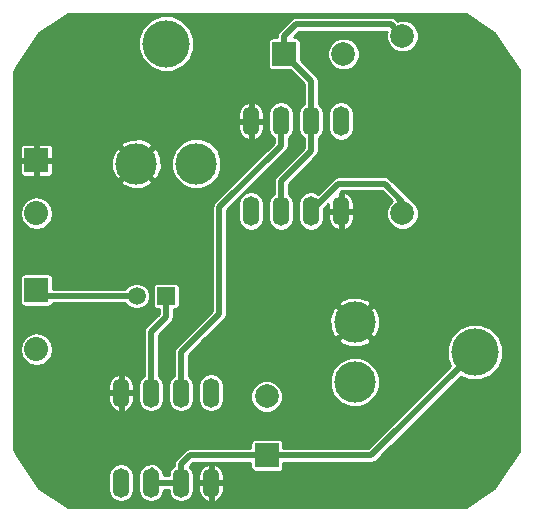
<source format=gtl>
G04 #@! TF.FileFunction,Copper,L1,Top,Signal*
%FSLAX46Y46*%
G04 Gerber Fmt 4.6, Leading zero omitted, Abs format (unit mm)*
G04 Created by KiCad (PCBNEW (2015-11-24 BZR 6329)-product) date Sat 09 Jan 2016 01:49:53 PM EST*
%MOMM*%
G01*
G04 APERTURE LIST*
%ADD10C,0.100000*%
%ADD11R,2.032000X2.032000*%
%ADD12O,2.032000X2.032000*%
%ADD13O,1.400000X2.500000*%
%ADD14R,2.000000X2.000000*%
%ADD15C,2.000000*%
%ADD16C,1.998980*%
%ADD17C,3.500000*%
%ADD18C,4.000000*%
%ADD19R,1.500000X1.500000*%
%ADD20C,1.500000*%
%ADD21C,4.064000*%
%ADD22C,0.500000*%
%ADD23C,0.254000*%
G04 APERTURE END LIST*
D10*
D11*
X193000000Y-91500000D03*
D12*
X193000000Y-96000000D03*
D11*
X193000000Y-102500000D03*
D12*
X193000000Y-107500000D03*
D13*
X207810000Y-111190000D03*
X205270000Y-111190000D03*
X202730000Y-111190000D03*
X200190000Y-111190000D03*
X200190000Y-118810000D03*
X202730000Y-118810000D03*
X205270000Y-118810000D03*
X207810000Y-118810000D03*
X218810000Y-88190000D03*
X216270000Y-88190000D03*
X213730000Y-88190000D03*
X211190000Y-88190000D03*
X211190000Y-95810000D03*
X213730000Y-95810000D03*
X216270000Y-95810000D03*
X218810000Y-95810000D03*
D14*
X214000000Y-82500000D03*
D15*
X219000000Y-82500000D03*
D14*
X212500000Y-116500000D03*
D15*
X212500000Y-111500000D03*
D16*
X224000000Y-96000000D03*
X224000000Y-81000000D03*
D17*
X219960000Y-105210000D03*
X219960000Y-110290000D03*
D18*
X230120000Y-107750000D03*
D17*
X201460000Y-91790000D03*
X206540000Y-91790000D03*
D18*
X204000000Y-81630000D03*
D19*
X204000000Y-103000000D03*
D20*
X201500000Y-103000000D03*
D21*
X196250000Y-83500000D03*
X229000000Y-83500000D03*
X196250000Y-116500000D03*
X229000000Y-116500000D03*
D22*
X224000000Y-81000000D02*
X223000000Y-80000000D01*
X214000000Y-81000000D02*
X214000000Y-82500000D01*
X215000000Y-80000000D02*
X214000000Y-81000000D01*
X223000000Y-80000000D02*
X215000000Y-80000000D01*
X216270000Y-84770000D02*
X216270000Y-88190000D01*
X214000000Y-82500000D02*
X216270000Y-84770000D01*
X213730000Y-93270000D02*
X216270000Y-90730000D01*
X216270000Y-90730000D02*
X216270000Y-88190000D01*
X213730000Y-95810000D02*
X213730000Y-93270000D01*
X205270000Y-118810000D02*
X205270000Y-117230000D01*
X206000000Y-116500000D02*
X212500000Y-116500000D01*
X205270000Y-117230000D02*
X206000000Y-116500000D01*
X202730000Y-118810000D02*
X205270000Y-118810000D01*
X212500000Y-116500000D02*
X221370000Y-116500000D01*
X221370000Y-116500000D02*
X230120000Y-107750000D01*
X202770000Y-118810000D02*
X202770000Y-117730000D01*
X212611846Y-116388154D02*
X212500000Y-116500000D01*
X202730000Y-111190000D02*
X202730000Y-106020000D01*
X204000000Y-104750000D02*
X204000000Y-103000000D01*
X202730000Y-106020000D02*
X204000000Y-104750000D01*
X204500000Y-103000000D02*
X204000000Y-103000000D01*
X201500000Y-103000000D02*
X193500000Y-103000000D01*
X193500000Y-103000000D02*
X193000000Y-102500000D01*
X193500000Y-103000000D02*
X193000000Y-102500000D01*
X222500000Y-93500000D02*
X218580000Y-93500000D01*
X218580000Y-93500000D02*
X216270000Y-95810000D01*
X224000000Y-95000000D02*
X222500000Y-93500000D01*
X224000000Y-96000000D02*
X224000000Y-95000000D01*
X206000000Y-107000000D02*
X205270000Y-107730000D01*
X206000000Y-107000000D02*
X208500000Y-104500000D01*
X208500000Y-104500000D02*
X208500000Y-95500000D01*
X208500000Y-95500000D02*
X213730000Y-90270000D01*
X213730000Y-88190000D02*
X213730000Y-90270000D01*
X205270000Y-107730000D02*
X205270000Y-111190000D01*
D23*
G36*
X231760335Y-80739666D02*
X233832802Y-83841334D01*
X233873000Y-84043423D01*
X233873000Y-115956577D01*
X233832802Y-116158666D01*
X231760335Y-119260334D01*
X229346809Y-120873000D01*
X195653191Y-120873000D01*
X193239666Y-119260335D01*
X191395270Y-116500000D01*
X194237861Y-116500000D01*
X194391026Y-117270012D01*
X194827203Y-117922797D01*
X195479988Y-118358974D01*
X196250000Y-118512139D01*
X197020012Y-118358974D01*
X197215958Y-118228047D01*
X199109000Y-118228047D01*
X199109000Y-119391953D01*
X199191286Y-119805634D01*
X199425618Y-120156335D01*
X199776319Y-120390667D01*
X200190000Y-120472953D01*
X200603681Y-120390667D01*
X200954382Y-120156335D01*
X201188714Y-119805634D01*
X201271000Y-119391953D01*
X201271000Y-118228047D01*
X201649000Y-118228047D01*
X201649000Y-119391953D01*
X201731286Y-119805634D01*
X201965618Y-120156335D01*
X202316319Y-120390667D01*
X202730000Y-120472953D01*
X203143681Y-120390667D01*
X203494382Y-120156335D01*
X203728714Y-119805634D01*
X203801244Y-119441000D01*
X204198756Y-119441000D01*
X204271286Y-119805634D01*
X204505618Y-120156335D01*
X204856319Y-120390667D01*
X205270000Y-120472953D01*
X205683681Y-120390667D01*
X206034382Y-120156335D01*
X206268714Y-119805634D01*
X206351000Y-119391953D01*
X206351000Y-118937000D01*
X206729000Y-118937000D01*
X206729000Y-119487000D01*
X206859887Y-119891013D01*
X207135420Y-120214185D01*
X207516629Y-120400430D01*
X207683000Y-120337535D01*
X207683000Y-118937000D01*
X207937000Y-118937000D01*
X207937000Y-120337535D01*
X208103371Y-120400430D01*
X208484580Y-120214185D01*
X208760113Y-119891013D01*
X208891000Y-119487000D01*
X208891000Y-118937000D01*
X207937000Y-118937000D01*
X207683000Y-118937000D01*
X206729000Y-118937000D01*
X206351000Y-118937000D01*
X206351000Y-118228047D01*
X206332095Y-118133000D01*
X206729000Y-118133000D01*
X206729000Y-118683000D01*
X207683000Y-118683000D01*
X207683000Y-117282465D01*
X207937000Y-117282465D01*
X207937000Y-118683000D01*
X208891000Y-118683000D01*
X208891000Y-118133000D01*
X208760113Y-117728987D01*
X208484580Y-117405815D01*
X208103371Y-117219570D01*
X207937000Y-117282465D01*
X207683000Y-117282465D01*
X207516629Y-117219570D01*
X207135420Y-117405815D01*
X206859887Y-117728987D01*
X206729000Y-118133000D01*
X206332095Y-118133000D01*
X206268714Y-117814366D01*
X206034382Y-117463665D01*
X205971032Y-117421336D01*
X206261368Y-117131000D01*
X211111536Y-117131000D01*
X211111536Y-117500000D01*
X211138103Y-117641190D01*
X211221546Y-117770865D01*
X211348866Y-117857859D01*
X211500000Y-117888464D01*
X213500000Y-117888464D01*
X213641190Y-117861897D01*
X213770865Y-117778454D01*
X213857859Y-117651134D01*
X213888464Y-117500000D01*
X213888464Y-117131000D01*
X221370000Y-117131000D01*
X221611473Y-117082968D01*
X221816184Y-116946184D01*
X222262368Y-116500000D01*
X226987861Y-116500000D01*
X227141026Y-117270012D01*
X227577203Y-117922797D01*
X228229988Y-118358974D01*
X229000000Y-118512139D01*
X229770012Y-118358974D01*
X230422797Y-117922797D01*
X230858974Y-117270012D01*
X231012139Y-116500000D01*
X230858974Y-115729988D01*
X230422797Y-115077203D01*
X229770012Y-114641026D01*
X229000000Y-114487861D01*
X228229988Y-114641026D01*
X227577203Y-115077203D01*
X227141026Y-115729988D01*
X226987861Y-116500000D01*
X222262368Y-116500000D01*
X228928863Y-109833506D01*
X229644312Y-110130586D01*
X230591532Y-110131413D01*
X231466966Y-109769691D01*
X232137337Y-109100489D01*
X232500586Y-108225688D01*
X232501413Y-107278468D01*
X232139691Y-106403034D01*
X231470489Y-105732663D01*
X230595688Y-105369414D01*
X229648468Y-105368587D01*
X228773034Y-105730309D01*
X228102663Y-106399511D01*
X227739414Y-107274312D01*
X227738587Y-108221532D01*
X228036089Y-108941542D01*
X221108632Y-115869000D01*
X213888464Y-115869000D01*
X213888464Y-115500000D01*
X213861897Y-115358810D01*
X213778454Y-115229135D01*
X213651134Y-115142141D01*
X213500000Y-115111536D01*
X211500000Y-115111536D01*
X211358810Y-115138103D01*
X211229135Y-115221546D01*
X211142141Y-115348866D01*
X211111536Y-115500000D01*
X211111536Y-115869000D01*
X206000000Y-115869000D01*
X205758527Y-115917032D01*
X205553816Y-116053816D01*
X204823816Y-116783816D01*
X204687032Y-116988527D01*
X204639000Y-117230000D01*
X204639000Y-117374542D01*
X204505618Y-117463665D01*
X204271286Y-117814366D01*
X204198756Y-118179000D01*
X203801244Y-118179000D01*
X203728714Y-117814366D01*
X203494382Y-117463665D01*
X203143681Y-117229333D01*
X203130814Y-117226774D01*
X203011473Y-117147032D01*
X202770000Y-117099000D01*
X202528527Y-117147032D01*
X202443096Y-117204116D01*
X202316319Y-117229333D01*
X201965618Y-117463665D01*
X201731286Y-117814366D01*
X201649000Y-118228047D01*
X201271000Y-118228047D01*
X201188714Y-117814366D01*
X200954382Y-117463665D01*
X200603681Y-117229333D01*
X200190000Y-117147047D01*
X199776319Y-117229333D01*
X199425618Y-117463665D01*
X199191286Y-117814366D01*
X199109000Y-118228047D01*
X197215958Y-118228047D01*
X197672797Y-117922797D01*
X198108974Y-117270012D01*
X198262139Y-116500000D01*
X198108974Y-115729988D01*
X197672797Y-115077203D01*
X197020012Y-114641026D01*
X196250000Y-114487861D01*
X195479988Y-114641026D01*
X194827203Y-115077203D01*
X194391026Y-115729988D01*
X194237861Y-116500000D01*
X191395270Y-116500000D01*
X191167198Y-116158666D01*
X191127000Y-115956577D01*
X191127000Y-111317000D01*
X199109000Y-111317000D01*
X199109000Y-111867000D01*
X199239887Y-112271013D01*
X199515420Y-112594185D01*
X199896629Y-112780430D01*
X200063000Y-112717535D01*
X200063000Y-111317000D01*
X200317000Y-111317000D01*
X200317000Y-112717535D01*
X200483371Y-112780430D01*
X200864580Y-112594185D01*
X201140113Y-112271013D01*
X201271000Y-111867000D01*
X201271000Y-111317000D01*
X200317000Y-111317000D01*
X200063000Y-111317000D01*
X199109000Y-111317000D01*
X191127000Y-111317000D01*
X191127000Y-110513000D01*
X199109000Y-110513000D01*
X199109000Y-111063000D01*
X200063000Y-111063000D01*
X200063000Y-109662465D01*
X200317000Y-109662465D01*
X200317000Y-111063000D01*
X201271000Y-111063000D01*
X201271000Y-110608047D01*
X201649000Y-110608047D01*
X201649000Y-111771953D01*
X201731286Y-112185634D01*
X201965618Y-112536335D01*
X202316319Y-112770667D01*
X202730000Y-112852953D01*
X203143681Y-112770667D01*
X203494382Y-112536335D01*
X203728714Y-112185634D01*
X203811000Y-111771953D01*
X203811000Y-110608047D01*
X204189000Y-110608047D01*
X204189000Y-111771953D01*
X204271286Y-112185634D01*
X204505618Y-112536335D01*
X204856319Y-112770667D01*
X205270000Y-112852953D01*
X205683681Y-112770667D01*
X206034382Y-112536335D01*
X206268714Y-112185634D01*
X206351000Y-111771953D01*
X206351000Y-110608047D01*
X206729000Y-110608047D01*
X206729000Y-111771953D01*
X206811286Y-112185634D01*
X207045618Y-112536335D01*
X207396319Y-112770667D01*
X207810000Y-112852953D01*
X208223681Y-112770667D01*
X208574382Y-112536335D01*
X208808714Y-112185634D01*
X208890693Y-111773493D01*
X211118761Y-111773493D01*
X211328563Y-112281251D01*
X211716705Y-112670072D01*
X212224097Y-112880759D01*
X212773493Y-112881239D01*
X213281251Y-112671437D01*
X213670072Y-112283295D01*
X213880759Y-111775903D01*
X213881239Y-111226507D01*
X213671437Y-110718749D01*
X213664722Y-110712022D01*
X217828631Y-110712022D01*
X218152373Y-111495538D01*
X218751309Y-112095521D01*
X219534258Y-112420630D01*
X220382022Y-112421369D01*
X221165538Y-112097627D01*
X221765521Y-111498691D01*
X222090630Y-110715742D01*
X222091369Y-109867978D01*
X221767627Y-109084462D01*
X221168691Y-108484479D01*
X220385742Y-108159370D01*
X219537978Y-108158631D01*
X218754462Y-108482373D01*
X218154479Y-109081309D01*
X217829370Y-109864258D01*
X217828631Y-110712022D01*
X213664722Y-110712022D01*
X213283295Y-110329928D01*
X212775903Y-110119241D01*
X212226507Y-110118761D01*
X211718749Y-110328563D01*
X211329928Y-110716705D01*
X211119241Y-111224097D01*
X211118761Y-111773493D01*
X208890693Y-111773493D01*
X208891000Y-111771953D01*
X208891000Y-110608047D01*
X208808714Y-110194366D01*
X208574382Y-109843665D01*
X208223681Y-109609333D01*
X207810000Y-109527047D01*
X207396319Y-109609333D01*
X207045618Y-109843665D01*
X206811286Y-110194366D01*
X206729000Y-110608047D01*
X206351000Y-110608047D01*
X206268714Y-110194366D01*
X206034382Y-109843665D01*
X205901000Y-109754542D01*
X205901000Y-107991368D01*
X207126299Y-106766069D01*
X218583536Y-106766069D01*
X218787819Y-107039434D01*
X219577140Y-107348751D01*
X220424748Y-107332462D01*
X221132181Y-107039434D01*
X221336464Y-106766069D01*
X219960000Y-105389605D01*
X218583536Y-106766069D01*
X207126299Y-106766069D01*
X208946184Y-104946184D01*
X209025726Y-104827140D01*
X217821249Y-104827140D01*
X217837538Y-105674748D01*
X218130566Y-106382181D01*
X218403931Y-106586464D01*
X219780395Y-105210000D01*
X220139605Y-105210000D01*
X221516069Y-106586464D01*
X221789434Y-106382181D01*
X222098751Y-105592860D01*
X222082462Y-104745252D01*
X221789434Y-104037819D01*
X221516069Y-103833536D01*
X220139605Y-105210000D01*
X219780395Y-105210000D01*
X218403931Y-103833536D01*
X218130566Y-104037819D01*
X217821249Y-104827140D01*
X209025726Y-104827140D01*
X209082968Y-104741473D01*
X209131000Y-104500000D01*
X209131000Y-103653931D01*
X218583536Y-103653931D01*
X219960000Y-105030395D01*
X221336464Y-103653931D01*
X221132181Y-103380566D01*
X220342860Y-103071249D01*
X219495252Y-103087538D01*
X218787819Y-103380566D01*
X218583536Y-103653931D01*
X209131000Y-103653931D01*
X209131000Y-95761368D01*
X210419406Y-94472962D01*
X210191286Y-94814366D01*
X210109000Y-95228047D01*
X210109000Y-96391953D01*
X210191286Y-96805634D01*
X210425618Y-97156335D01*
X210776319Y-97390667D01*
X211190000Y-97472953D01*
X211603681Y-97390667D01*
X211954382Y-97156335D01*
X212188714Y-96805634D01*
X212271000Y-96391953D01*
X212271000Y-95228047D01*
X212188714Y-94814366D01*
X211954382Y-94463665D01*
X211603681Y-94229333D01*
X211190000Y-94147047D01*
X210776319Y-94229333D01*
X210434915Y-94457453D01*
X214176184Y-90716184D01*
X214312968Y-90511473D01*
X214361000Y-90270000D01*
X214361000Y-89625458D01*
X214494382Y-89536335D01*
X214728714Y-89185634D01*
X214811000Y-88771953D01*
X214811000Y-87608047D01*
X214728714Y-87194366D01*
X214494382Y-86843665D01*
X214143681Y-86609333D01*
X213730000Y-86527047D01*
X213316319Y-86609333D01*
X212965618Y-86843665D01*
X212731286Y-87194366D01*
X212649000Y-87608047D01*
X212649000Y-88771953D01*
X212731286Y-89185634D01*
X212965618Y-89536335D01*
X213099000Y-89625458D01*
X213099000Y-90008632D01*
X208053816Y-95053816D01*
X207917032Y-95258527D01*
X207869000Y-95500000D01*
X207869000Y-104238632D01*
X204823816Y-107283816D01*
X204687032Y-107488527D01*
X204639000Y-107730000D01*
X204639000Y-109754542D01*
X204505618Y-109843665D01*
X204271286Y-110194366D01*
X204189000Y-110608047D01*
X203811000Y-110608047D01*
X203728714Y-110194366D01*
X203494382Y-109843665D01*
X203361000Y-109754542D01*
X203361000Y-106281368D01*
X204446184Y-105196185D01*
X204582968Y-104991474D01*
X204591977Y-104946184D01*
X204631000Y-104750000D01*
X204631000Y-104138464D01*
X204750000Y-104138464D01*
X204891190Y-104111897D01*
X205020865Y-104028454D01*
X205107859Y-103901134D01*
X205138464Y-103750000D01*
X205138464Y-102250000D01*
X205111897Y-102108810D01*
X205028454Y-101979135D01*
X204901134Y-101892141D01*
X204750000Y-101861536D01*
X203250000Y-101861536D01*
X203108810Y-101888103D01*
X202979135Y-101971546D01*
X202892141Y-102098866D01*
X202861536Y-102250000D01*
X202861536Y-103750000D01*
X202888103Y-103891190D01*
X202971546Y-104020865D01*
X203098866Y-104107859D01*
X203250000Y-104138464D01*
X203369000Y-104138464D01*
X203369000Y-104488631D01*
X202283816Y-105573816D01*
X202147032Y-105778527D01*
X202099000Y-106020000D01*
X202099000Y-109754542D01*
X201965618Y-109843665D01*
X201731286Y-110194366D01*
X201649000Y-110608047D01*
X201271000Y-110608047D01*
X201271000Y-110513000D01*
X201140113Y-110108987D01*
X200864580Y-109785815D01*
X200483371Y-109599570D01*
X200317000Y-109662465D01*
X200063000Y-109662465D01*
X199896629Y-109599570D01*
X199515420Y-109785815D01*
X199239887Y-110108987D01*
X199109000Y-110513000D01*
X191127000Y-110513000D01*
X191127000Y-107472631D01*
X191603000Y-107472631D01*
X191603000Y-107527369D01*
X191709340Y-108061978D01*
X192012172Y-108515197D01*
X192465391Y-108818029D01*
X193000000Y-108924369D01*
X193534609Y-108818029D01*
X193987828Y-108515197D01*
X194290660Y-108061978D01*
X194397000Y-107527369D01*
X194397000Y-107472631D01*
X194290660Y-106938022D01*
X193987828Y-106484803D01*
X193534609Y-106181971D01*
X193000000Y-106075631D01*
X192465391Y-106181971D01*
X192012172Y-106484803D01*
X191709340Y-106938022D01*
X191603000Y-107472631D01*
X191127000Y-107472631D01*
X191127000Y-101484000D01*
X191595536Y-101484000D01*
X191595536Y-103516000D01*
X191622103Y-103657190D01*
X191705546Y-103786865D01*
X191832866Y-103873859D01*
X191984000Y-103904464D01*
X194016000Y-103904464D01*
X194157190Y-103877897D01*
X194286865Y-103794454D01*
X194373859Y-103667134D01*
X194381176Y-103631000D01*
X200536979Y-103631000D01*
X200540625Y-103639823D01*
X200858503Y-103958256D01*
X201274043Y-104130804D01*
X201723983Y-104131196D01*
X202139823Y-103959375D01*
X202458256Y-103641497D01*
X202630804Y-103225957D01*
X202631196Y-102776017D01*
X202459375Y-102360177D01*
X202141497Y-102041744D01*
X201725957Y-101869196D01*
X201276017Y-101868804D01*
X200860177Y-102040625D01*
X200541744Y-102358503D01*
X200537385Y-102369000D01*
X194404464Y-102369000D01*
X194404464Y-101484000D01*
X194377897Y-101342810D01*
X194294454Y-101213135D01*
X194167134Y-101126141D01*
X194016000Y-101095536D01*
X191984000Y-101095536D01*
X191842810Y-101122103D01*
X191713135Y-101205546D01*
X191626141Y-101332866D01*
X191595536Y-101484000D01*
X191127000Y-101484000D01*
X191127000Y-95972631D01*
X191603000Y-95972631D01*
X191603000Y-96027369D01*
X191709340Y-96561978D01*
X192012172Y-97015197D01*
X192465391Y-97318029D01*
X193000000Y-97424369D01*
X193534609Y-97318029D01*
X193987828Y-97015197D01*
X194290660Y-96561978D01*
X194397000Y-96027369D01*
X194397000Y-95972631D01*
X194290660Y-95438022D01*
X193987828Y-94984803D01*
X193534609Y-94681971D01*
X193000000Y-94575631D01*
X192465391Y-94681971D01*
X192012172Y-94984803D01*
X191709340Y-95438022D01*
X191603000Y-95972631D01*
X191127000Y-95972631D01*
X191127000Y-93346069D01*
X200083536Y-93346069D01*
X200287819Y-93619434D01*
X201077140Y-93928751D01*
X201924748Y-93912462D01*
X202632181Y-93619434D01*
X202836464Y-93346069D01*
X201460000Y-91969605D01*
X200083536Y-93346069D01*
X191127000Y-93346069D01*
X191127000Y-91722250D01*
X191603000Y-91722250D01*
X191603000Y-92591786D01*
X191661004Y-92731820D01*
X191768181Y-92838996D01*
X191908215Y-92897000D01*
X192777750Y-92897000D01*
X192873000Y-92801750D01*
X192873000Y-91627000D01*
X193127000Y-91627000D01*
X193127000Y-92801750D01*
X193222250Y-92897000D01*
X194091785Y-92897000D01*
X194231819Y-92838996D01*
X194338996Y-92731820D01*
X194397000Y-92591786D01*
X194397000Y-91722250D01*
X194301750Y-91627000D01*
X193127000Y-91627000D01*
X192873000Y-91627000D01*
X191698250Y-91627000D01*
X191603000Y-91722250D01*
X191127000Y-91722250D01*
X191127000Y-91407140D01*
X199321249Y-91407140D01*
X199337538Y-92254748D01*
X199630566Y-92962181D01*
X199903931Y-93166464D01*
X201280395Y-91790000D01*
X201639605Y-91790000D01*
X203016069Y-93166464D01*
X203289434Y-92962181D01*
X203583404Y-92212022D01*
X204408631Y-92212022D01*
X204732373Y-92995538D01*
X205331309Y-93595521D01*
X206114258Y-93920630D01*
X206962022Y-93921369D01*
X207745538Y-93597627D01*
X208345521Y-92998691D01*
X208670630Y-92215742D01*
X208671369Y-91367978D01*
X208347627Y-90584462D01*
X207748691Y-89984479D01*
X206965742Y-89659370D01*
X206117978Y-89658631D01*
X205334462Y-89982373D01*
X204734479Y-90581309D01*
X204409370Y-91364258D01*
X204408631Y-92212022D01*
X203583404Y-92212022D01*
X203598751Y-92172860D01*
X203582462Y-91325252D01*
X203289434Y-90617819D01*
X203016069Y-90413536D01*
X201639605Y-91790000D01*
X201280395Y-91790000D01*
X199903931Y-90413536D01*
X199630566Y-90617819D01*
X199321249Y-91407140D01*
X191127000Y-91407140D01*
X191127000Y-90408214D01*
X191603000Y-90408214D01*
X191603000Y-91277750D01*
X191698250Y-91373000D01*
X192873000Y-91373000D01*
X192873000Y-90198250D01*
X193127000Y-90198250D01*
X193127000Y-91373000D01*
X194301750Y-91373000D01*
X194397000Y-91277750D01*
X194397000Y-90408214D01*
X194338996Y-90268180D01*
X194304747Y-90233931D01*
X200083536Y-90233931D01*
X201460000Y-91610395D01*
X202836464Y-90233931D01*
X202632181Y-89960566D01*
X201842860Y-89651249D01*
X200995252Y-89667538D01*
X200287819Y-89960566D01*
X200083536Y-90233931D01*
X194304747Y-90233931D01*
X194231819Y-90161004D01*
X194091785Y-90103000D01*
X193222250Y-90103000D01*
X193127000Y-90198250D01*
X192873000Y-90198250D01*
X192777750Y-90103000D01*
X191908215Y-90103000D01*
X191768181Y-90161004D01*
X191661004Y-90268180D01*
X191603000Y-90408214D01*
X191127000Y-90408214D01*
X191127000Y-88317000D01*
X210109000Y-88317000D01*
X210109000Y-88867000D01*
X210239887Y-89271013D01*
X210515420Y-89594185D01*
X210896629Y-89780430D01*
X211063000Y-89717535D01*
X211063000Y-88317000D01*
X211317000Y-88317000D01*
X211317000Y-89717535D01*
X211483371Y-89780430D01*
X211864580Y-89594185D01*
X212140113Y-89271013D01*
X212271000Y-88867000D01*
X212271000Y-88317000D01*
X211317000Y-88317000D01*
X211063000Y-88317000D01*
X210109000Y-88317000D01*
X191127000Y-88317000D01*
X191127000Y-87513000D01*
X210109000Y-87513000D01*
X210109000Y-88063000D01*
X211063000Y-88063000D01*
X211063000Y-86662465D01*
X211317000Y-86662465D01*
X211317000Y-88063000D01*
X212271000Y-88063000D01*
X212271000Y-87513000D01*
X212140113Y-87108987D01*
X211864580Y-86785815D01*
X211483371Y-86599570D01*
X211317000Y-86662465D01*
X211063000Y-86662465D01*
X210896629Y-86599570D01*
X210515420Y-86785815D01*
X210239887Y-87108987D01*
X210109000Y-87513000D01*
X191127000Y-87513000D01*
X191127000Y-84043423D01*
X191167198Y-83841334D01*
X191395269Y-83500000D01*
X194237861Y-83500000D01*
X194391026Y-84270012D01*
X194827203Y-84922797D01*
X195479988Y-85358974D01*
X196250000Y-85512139D01*
X197020012Y-85358974D01*
X197672797Y-84922797D01*
X198108974Y-84270012D01*
X198262139Y-83500000D01*
X198108974Y-82729988D01*
X197689054Y-82101532D01*
X201618587Y-82101532D01*
X201980309Y-82976966D01*
X202649511Y-83647337D01*
X203524312Y-84010586D01*
X204471532Y-84011413D01*
X205346966Y-83649691D01*
X206017337Y-82980489D01*
X206380586Y-82105688D01*
X206381114Y-81500000D01*
X212611536Y-81500000D01*
X212611536Y-83500000D01*
X212638103Y-83641190D01*
X212721546Y-83770865D01*
X212848866Y-83857859D01*
X213000000Y-83888464D01*
X214496096Y-83888464D01*
X215639000Y-85031369D01*
X215639000Y-86754542D01*
X215505618Y-86843665D01*
X215271286Y-87194366D01*
X215189000Y-87608047D01*
X215189000Y-88771953D01*
X215271286Y-89185634D01*
X215505618Y-89536335D01*
X215639000Y-89625458D01*
X215639000Y-90468631D01*
X213283816Y-92823816D01*
X213147032Y-93028527D01*
X213099000Y-93270000D01*
X213099000Y-94374542D01*
X212965618Y-94463665D01*
X212731286Y-94814366D01*
X212649000Y-95228047D01*
X212649000Y-96391953D01*
X212731286Y-96805634D01*
X212965618Y-97156335D01*
X213316319Y-97390667D01*
X213730000Y-97472953D01*
X214143681Y-97390667D01*
X214494382Y-97156335D01*
X214728714Y-96805634D01*
X214811000Y-96391953D01*
X214811000Y-95228047D01*
X215189000Y-95228047D01*
X215189000Y-96391953D01*
X215271286Y-96805634D01*
X215505618Y-97156335D01*
X215856319Y-97390667D01*
X216270000Y-97472953D01*
X216683681Y-97390667D01*
X217034382Y-97156335D01*
X217268714Y-96805634D01*
X217351000Y-96391953D01*
X217351000Y-95937000D01*
X217729000Y-95937000D01*
X217729000Y-96487000D01*
X217859887Y-96891013D01*
X218135420Y-97214185D01*
X218516629Y-97400430D01*
X218683000Y-97337535D01*
X218683000Y-95937000D01*
X218937000Y-95937000D01*
X218937000Y-97337535D01*
X219103371Y-97400430D01*
X219484580Y-97214185D01*
X219760113Y-96891013D01*
X219891000Y-96487000D01*
X219891000Y-95937000D01*
X218937000Y-95937000D01*
X218683000Y-95937000D01*
X217729000Y-95937000D01*
X217351000Y-95937000D01*
X217351000Y-95621368D01*
X217729000Y-95243368D01*
X217729000Y-95683000D01*
X218683000Y-95683000D01*
X218683000Y-94289369D01*
X218689904Y-94282465D01*
X218937000Y-94282465D01*
X218937000Y-95683000D01*
X219891000Y-95683000D01*
X219891000Y-95133000D01*
X219760113Y-94728987D01*
X219484580Y-94405815D01*
X219103371Y-94219570D01*
X218937000Y-94282465D01*
X218689904Y-94282465D01*
X218841369Y-94131000D01*
X222238632Y-94131000D01*
X223077708Y-94970077D01*
X222830360Y-95216994D01*
X222619751Y-95724199D01*
X222619271Y-96273392D01*
X222828995Y-96780963D01*
X223216994Y-97169640D01*
X223724199Y-97380249D01*
X224273392Y-97380729D01*
X224780963Y-97171005D01*
X225169640Y-96783006D01*
X225380249Y-96275801D01*
X225380729Y-95726608D01*
X225171005Y-95219037D01*
X224783006Y-94830360D01*
X224572584Y-94742986D01*
X224446184Y-94553815D01*
X222946184Y-93053816D01*
X222741473Y-92917032D01*
X222500000Y-92869000D01*
X218580000Y-92869000D01*
X218378589Y-92909063D01*
X218338526Y-92917032D01*
X218133815Y-93053816D01*
X216848302Y-94339330D01*
X216683681Y-94229333D01*
X216270000Y-94147047D01*
X215856319Y-94229333D01*
X215505618Y-94463665D01*
X215271286Y-94814366D01*
X215189000Y-95228047D01*
X214811000Y-95228047D01*
X214728714Y-94814366D01*
X214494382Y-94463665D01*
X214361000Y-94374542D01*
X214361000Y-93531368D01*
X216716184Y-91176185D01*
X216852968Y-90971474D01*
X216876540Y-90852968D01*
X216901000Y-90730000D01*
X216901000Y-89625458D01*
X217034382Y-89536335D01*
X217268714Y-89185634D01*
X217351000Y-88771953D01*
X217351000Y-87608047D01*
X217729000Y-87608047D01*
X217729000Y-88771953D01*
X217811286Y-89185634D01*
X218045618Y-89536335D01*
X218396319Y-89770667D01*
X218810000Y-89852953D01*
X219223681Y-89770667D01*
X219574382Y-89536335D01*
X219808714Y-89185634D01*
X219891000Y-88771953D01*
X219891000Y-87608047D01*
X219808714Y-87194366D01*
X219574382Y-86843665D01*
X219223681Y-86609333D01*
X218810000Y-86527047D01*
X218396319Y-86609333D01*
X218045618Y-86843665D01*
X217811286Y-87194366D01*
X217729000Y-87608047D01*
X217351000Y-87608047D01*
X217268714Y-87194366D01*
X217034382Y-86843665D01*
X216901000Y-86754542D01*
X216901000Y-84770000D01*
X216852968Y-84528527D01*
X216716185Y-84323816D01*
X215388464Y-82996096D01*
X215388464Y-82773493D01*
X217618761Y-82773493D01*
X217828563Y-83281251D01*
X218216705Y-83670072D01*
X218724097Y-83880759D01*
X219273493Y-83881239D01*
X219781251Y-83671437D01*
X219952987Y-83500000D01*
X226987861Y-83500000D01*
X227141026Y-84270012D01*
X227577203Y-84922797D01*
X228229988Y-85358974D01*
X229000000Y-85512139D01*
X229770012Y-85358974D01*
X230422797Y-84922797D01*
X230858974Y-84270012D01*
X231012139Y-83500000D01*
X230858974Y-82729988D01*
X230422797Y-82077203D01*
X229770012Y-81641026D01*
X229000000Y-81487861D01*
X228229988Y-81641026D01*
X227577203Y-82077203D01*
X227141026Y-82729988D01*
X226987861Y-83500000D01*
X219952987Y-83500000D01*
X220170072Y-83283295D01*
X220380759Y-82775903D01*
X220381239Y-82226507D01*
X220171437Y-81718749D01*
X219783295Y-81329928D01*
X219275903Y-81119241D01*
X218726507Y-81118761D01*
X218218749Y-81328563D01*
X217829928Y-81716705D01*
X217619241Y-82224097D01*
X217618761Y-82773493D01*
X215388464Y-82773493D01*
X215388464Y-81500000D01*
X215361897Y-81358810D01*
X215278454Y-81229135D01*
X215151134Y-81142141D01*
X215000000Y-81111536D01*
X214780832Y-81111536D01*
X215261369Y-80631000D01*
X222658450Y-80631000D01*
X222619751Y-80724199D01*
X222619271Y-81273392D01*
X222828995Y-81780963D01*
X223216994Y-82169640D01*
X223724199Y-82380249D01*
X224273392Y-82380729D01*
X224780963Y-82171005D01*
X225169640Y-81783006D01*
X225380249Y-81275801D01*
X225380729Y-80726608D01*
X225171005Y-80219037D01*
X224783006Y-79830360D01*
X224275801Y-79619751D01*
X223726608Y-79619271D01*
X223574492Y-79682124D01*
X223446184Y-79553816D01*
X223241473Y-79417032D01*
X223000000Y-79369000D01*
X215000000Y-79369000D01*
X214758527Y-79417032D01*
X214553816Y-79553815D01*
X213553816Y-80553816D01*
X213417032Y-80758527D01*
X213369000Y-81000000D01*
X213369000Y-81111536D01*
X213000000Y-81111536D01*
X212858810Y-81138103D01*
X212729135Y-81221546D01*
X212642141Y-81348866D01*
X212611536Y-81500000D01*
X206381114Y-81500000D01*
X206381413Y-81158468D01*
X206019691Y-80283034D01*
X205350489Y-79612663D01*
X204475688Y-79249414D01*
X203528468Y-79248587D01*
X202653034Y-79610309D01*
X201982663Y-80279511D01*
X201619414Y-81154312D01*
X201618587Y-82101532D01*
X197689054Y-82101532D01*
X197672797Y-82077203D01*
X197020012Y-81641026D01*
X196250000Y-81487861D01*
X195479988Y-81641026D01*
X194827203Y-82077203D01*
X194391026Y-82729988D01*
X194237861Y-83500000D01*
X191395269Y-83500000D01*
X193239666Y-80739665D01*
X195653191Y-79127000D01*
X229346809Y-79127000D01*
X231760335Y-80739666D01*
X231760335Y-80739666D01*
G37*
X231760335Y-80739666D02*
X233832802Y-83841334D01*
X233873000Y-84043423D01*
X233873000Y-115956577D01*
X233832802Y-116158666D01*
X231760335Y-119260334D01*
X229346809Y-120873000D01*
X195653191Y-120873000D01*
X193239666Y-119260335D01*
X191395270Y-116500000D01*
X194237861Y-116500000D01*
X194391026Y-117270012D01*
X194827203Y-117922797D01*
X195479988Y-118358974D01*
X196250000Y-118512139D01*
X197020012Y-118358974D01*
X197215958Y-118228047D01*
X199109000Y-118228047D01*
X199109000Y-119391953D01*
X199191286Y-119805634D01*
X199425618Y-120156335D01*
X199776319Y-120390667D01*
X200190000Y-120472953D01*
X200603681Y-120390667D01*
X200954382Y-120156335D01*
X201188714Y-119805634D01*
X201271000Y-119391953D01*
X201271000Y-118228047D01*
X201649000Y-118228047D01*
X201649000Y-119391953D01*
X201731286Y-119805634D01*
X201965618Y-120156335D01*
X202316319Y-120390667D01*
X202730000Y-120472953D01*
X203143681Y-120390667D01*
X203494382Y-120156335D01*
X203728714Y-119805634D01*
X203801244Y-119441000D01*
X204198756Y-119441000D01*
X204271286Y-119805634D01*
X204505618Y-120156335D01*
X204856319Y-120390667D01*
X205270000Y-120472953D01*
X205683681Y-120390667D01*
X206034382Y-120156335D01*
X206268714Y-119805634D01*
X206351000Y-119391953D01*
X206351000Y-118937000D01*
X206729000Y-118937000D01*
X206729000Y-119487000D01*
X206859887Y-119891013D01*
X207135420Y-120214185D01*
X207516629Y-120400430D01*
X207683000Y-120337535D01*
X207683000Y-118937000D01*
X207937000Y-118937000D01*
X207937000Y-120337535D01*
X208103371Y-120400430D01*
X208484580Y-120214185D01*
X208760113Y-119891013D01*
X208891000Y-119487000D01*
X208891000Y-118937000D01*
X207937000Y-118937000D01*
X207683000Y-118937000D01*
X206729000Y-118937000D01*
X206351000Y-118937000D01*
X206351000Y-118228047D01*
X206332095Y-118133000D01*
X206729000Y-118133000D01*
X206729000Y-118683000D01*
X207683000Y-118683000D01*
X207683000Y-117282465D01*
X207937000Y-117282465D01*
X207937000Y-118683000D01*
X208891000Y-118683000D01*
X208891000Y-118133000D01*
X208760113Y-117728987D01*
X208484580Y-117405815D01*
X208103371Y-117219570D01*
X207937000Y-117282465D01*
X207683000Y-117282465D01*
X207516629Y-117219570D01*
X207135420Y-117405815D01*
X206859887Y-117728987D01*
X206729000Y-118133000D01*
X206332095Y-118133000D01*
X206268714Y-117814366D01*
X206034382Y-117463665D01*
X205971032Y-117421336D01*
X206261368Y-117131000D01*
X211111536Y-117131000D01*
X211111536Y-117500000D01*
X211138103Y-117641190D01*
X211221546Y-117770865D01*
X211348866Y-117857859D01*
X211500000Y-117888464D01*
X213500000Y-117888464D01*
X213641190Y-117861897D01*
X213770865Y-117778454D01*
X213857859Y-117651134D01*
X213888464Y-117500000D01*
X213888464Y-117131000D01*
X221370000Y-117131000D01*
X221611473Y-117082968D01*
X221816184Y-116946184D01*
X222262368Y-116500000D01*
X226987861Y-116500000D01*
X227141026Y-117270012D01*
X227577203Y-117922797D01*
X228229988Y-118358974D01*
X229000000Y-118512139D01*
X229770012Y-118358974D01*
X230422797Y-117922797D01*
X230858974Y-117270012D01*
X231012139Y-116500000D01*
X230858974Y-115729988D01*
X230422797Y-115077203D01*
X229770012Y-114641026D01*
X229000000Y-114487861D01*
X228229988Y-114641026D01*
X227577203Y-115077203D01*
X227141026Y-115729988D01*
X226987861Y-116500000D01*
X222262368Y-116500000D01*
X228928863Y-109833506D01*
X229644312Y-110130586D01*
X230591532Y-110131413D01*
X231466966Y-109769691D01*
X232137337Y-109100489D01*
X232500586Y-108225688D01*
X232501413Y-107278468D01*
X232139691Y-106403034D01*
X231470489Y-105732663D01*
X230595688Y-105369414D01*
X229648468Y-105368587D01*
X228773034Y-105730309D01*
X228102663Y-106399511D01*
X227739414Y-107274312D01*
X227738587Y-108221532D01*
X228036089Y-108941542D01*
X221108632Y-115869000D01*
X213888464Y-115869000D01*
X213888464Y-115500000D01*
X213861897Y-115358810D01*
X213778454Y-115229135D01*
X213651134Y-115142141D01*
X213500000Y-115111536D01*
X211500000Y-115111536D01*
X211358810Y-115138103D01*
X211229135Y-115221546D01*
X211142141Y-115348866D01*
X211111536Y-115500000D01*
X211111536Y-115869000D01*
X206000000Y-115869000D01*
X205758527Y-115917032D01*
X205553816Y-116053816D01*
X204823816Y-116783816D01*
X204687032Y-116988527D01*
X204639000Y-117230000D01*
X204639000Y-117374542D01*
X204505618Y-117463665D01*
X204271286Y-117814366D01*
X204198756Y-118179000D01*
X203801244Y-118179000D01*
X203728714Y-117814366D01*
X203494382Y-117463665D01*
X203143681Y-117229333D01*
X203130814Y-117226774D01*
X203011473Y-117147032D01*
X202770000Y-117099000D01*
X202528527Y-117147032D01*
X202443096Y-117204116D01*
X202316319Y-117229333D01*
X201965618Y-117463665D01*
X201731286Y-117814366D01*
X201649000Y-118228047D01*
X201271000Y-118228047D01*
X201188714Y-117814366D01*
X200954382Y-117463665D01*
X200603681Y-117229333D01*
X200190000Y-117147047D01*
X199776319Y-117229333D01*
X199425618Y-117463665D01*
X199191286Y-117814366D01*
X199109000Y-118228047D01*
X197215958Y-118228047D01*
X197672797Y-117922797D01*
X198108974Y-117270012D01*
X198262139Y-116500000D01*
X198108974Y-115729988D01*
X197672797Y-115077203D01*
X197020012Y-114641026D01*
X196250000Y-114487861D01*
X195479988Y-114641026D01*
X194827203Y-115077203D01*
X194391026Y-115729988D01*
X194237861Y-116500000D01*
X191395270Y-116500000D01*
X191167198Y-116158666D01*
X191127000Y-115956577D01*
X191127000Y-111317000D01*
X199109000Y-111317000D01*
X199109000Y-111867000D01*
X199239887Y-112271013D01*
X199515420Y-112594185D01*
X199896629Y-112780430D01*
X200063000Y-112717535D01*
X200063000Y-111317000D01*
X200317000Y-111317000D01*
X200317000Y-112717535D01*
X200483371Y-112780430D01*
X200864580Y-112594185D01*
X201140113Y-112271013D01*
X201271000Y-111867000D01*
X201271000Y-111317000D01*
X200317000Y-111317000D01*
X200063000Y-111317000D01*
X199109000Y-111317000D01*
X191127000Y-111317000D01*
X191127000Y-110513000D01*
X199109000Y-110513000D01*
X199109000Y-111063000D01*
X200063000Y-111063000D01*
X200063000Y-109662465D01*
X200317000Y-109662465D01*
X200317000Y-111063000D01*
X201271000Y-111063000D01*
X201271000Y-110608047D01*
X201649000Y-110608047D01*
X201649000Y-111771953D01*
X201731286Y-112185634D01*
X201965618Y-112536335D01*
X202316319Y-112770667D01*
X202730000Y-112852953D01*
X203143681Y-112770667D01*
X203494382Y-112536335D01*
X203728714Y-112185634D01*
X203811000Y-111771953D01*
X203811000Y-110608047D01*
X204189000Y-110608047D01*
X204189000Y-111771953D01*
X204271286Y-112185634D01*
X204505618Y-112536335D01*
X204856319Y-112770667D01*
X205270000Y-112852953D01*
X205683681Y-112770667D01*
X206034382Y-112536335D01*
X206268714Y-112185634D01*
X206351000Y-111771953D01*
X206351000Y-110608047D01*
X206729000Y-110608047D01*
X206729000Y-111771953D01*
X206811286Y-112185634D01*
X207045618Y-112536335D01*
X207396319Y-112770667D01*
X207810000Y-112852953D01*
X208223681Y-112770667D01*
X208574382Y-112536335D01*
X208808714Y-112185634D01*
X208890693Y-111773493D01*
X211118761Y-111773493D01*
X211328563Y-112281251D01*
X211716705Y-112670072D01*
X212224097Y-112880759D01*
X212773493Y-112881239D01*
X213281251Y-112671437D01*
X213670072Y-112283295D01*
X213880759Y-111775903D01*
X213881239Y-111226507D01*
X213671437Y-110718749D01*
X213664722Y-110712022D01*
X217828631Y-110712022D01*
X218152373Y-111495538D01*
X218751309Y-112095521D01*
X219534258Y-112420630D01*
X220382022Y-112421369D01*
X221165538Y-112097627D01*
X221765521Y-111498691D01*
X222090630Y-110715742D01*
X222091369Y-109867978D01*
X221767627Y-109084462D01*
X221168691Y-108484479D01*
X220385742Y-108159370D01*
X219537978Y-108158631D01*
X218754462Y-108482373D01*
X218154479Y-109081309D01*
X217829370Y-109864258D01*
X217828631Y-110712022D01*
X213664722Y-110712022D01*
X213283295Y-110329928D01*
X212775903Y-110119241D01*
X212226507Y-110118761D01*
X211718749Y-110328563D01*
X211329928Y-110716705D01*
X211119241Y-111224097D01*
X211118761Y-111773493D01*
X208890693Y-111773493D01*
X208891000Y-111771953D01*
X208891000Y-110608047D01*
X208808714Y-110194366D01*
X208574382Y-109843665D01*
X208223681Y-109609333D01*
X207810000Y-109527047D01*
X207396319Y-109609333D01*
X207045618Y-109843665D01*
X206811286Y-110194366D01*
X206729000Y-110608047D01*
X206351000Y-110608047D01*
X206268714Y-110194366D01*
X206034382Y-109843665D01*
X205901000Y-109754542D01*
X205901000Y-107991368D01*
X207126299Y-106766069D01*
X218583536Y-106766069D01*
X218787819Y-107039434D01*
X219577140Y-107348751D01*
X220424748Y-107332462D01*
X221132181Y-107039434D01*
X221336464Y-106766069D01*
X219960000Y-105389605D01*
X218583536Y-106766069D01*
X207126299Y-106766069D01*
X208946184Y-104946184D01*
X209025726Y-104827140D01*
X217821249Y-104827140D01*
X217837538Y-105674748D01*
X218130566Y-106382181D01*
X218403931Y-106586464D01*
X219780395Y-105210000D01*
X220139605Y-105210000D01*
X221516069Y-106586464D01*
X221789434Y-106382181D01*
X222098751Y-105592860D01*
X222082462Y-104745252D01*
X221789434Y-104037819D01*
X221516069Y-103833536D01*
X220139605Y-105210000D01*
X219780395Y-105210000D01*
X218403931Y-103833536D01*
X218130566Y-104037819D01*
X217821249Y-104827140D01*
X209025726Y-104827140D01*
X209082968Y-104741473D01*
X209131000Y-104500000D01*
X209131000Y-103653931D01*
X218583536Y-103653931D01*
X219960000Y-105030395D01*
X221336464Y-103653931D01*
X221132181Y-103380566D01*
X220342860Y-103071249D01*
X219495252Y-103087538D01*
X218787819Y-103380566D01*
X218583536Y-103653931D01*
X209131000Y-103653931D01*
X209131000Y-95761368D01*
X210419406Y-94472962D01*
X210191286Y-94814366D01*
X210109000Y-95228047D01*
X210109000Y-96391953D01*
X210191286Y-96805634D01*
X210425618Y-97156335D01*
X210776319Y-97390667D01*
X211190000Y-97472953D01*
X211603681Y-97390667D01*
X211954382Y-97156335D01*
X212188714Y-96805634D01*
X212271000Y-96391953D01*
X212271000Y-95228047D01*
X212188714Y-94814366D01*
X211954382Y-94463665D01*
X211603681Y-94229333D01*
X211190000Y-94147047D01*
X210776319Y-94229333D01*
X210434915Y-94457453D01*
X214176184Y-90716184D01*
X214312968Y-90511473D01*
X214361000Y-90270000D01*
X214361000Y-89625458D01*
X214494382Y-89536335D01*
X214728714Y-89185634D01*
X214811000Y-88771953D01*
X214811000Y-87608047D01*
X214728714Y-87194366D01*
X214494382Y-86843665D01*
X214143681Y-86609333D01*
X213730000Y-86527047D01*
X213316319Y-86609333D01*
X212965618Y-86843665D01*
X212731286Y-87194366D01*
X212649000Y-87608047D01*
X212649000Y-88771953D01*
X212731286Y-89185634D01*
X212965618Y-89536335D01*
X213099000Y-89625458D01*
X213099000Y-90008632D01*
X208053816Y-95053816D01*
X207917032Y-95258527D01*
X207869000Y-95500000D01*
X207869000Y-104238632D01*
X204823816Y-107283816D01*
X204687032Y-107488527D01*
X204639000Y-107730000D01*
X204639000Y-109754542D01*
X204505618Y-109843665D01*
X204271286Y-110194366D01*
X204189000Y-110608047D01*
X203811000Y-110608047D01*
X203728714Y-110194366D01*
X203494382Y-109843665D01*
X203361000Y-109754542D01*
X203361000Y-106281368D01*
X204446184Y-105196185D01*
X204582968Y-104991474D01*
X204591977Y-104946184D01*
X204631000Y-104750000D01*
X204631000Y-104138464D01*
X204750000Y-104138464D01*
X204891190Y-104111897D01*
X205020865Y-104028454D01*
X205107859Y-103901134D01*
X205138464Y-103750000D01*
X205138464Y-102250000D01*
X205111897Y-102108810D01*
X205028454Y-101979135D01*
X204901134Y-101892141D01*
X204750000Y-101861536D01*
X203250000Y-101861536D01*
X203108810Y-101888103D01*
X202979135Y-101971546D01*
X202892141Y-102098866D01*
X202861536Y-102250000D01*
X202861536Y-103750000D01*
X202888103Y-103891190D01*
X202971546Y-104020865D01*
X203098866Y-104107859D01*
X203250000Y-104138464D01*
X203369000Y-104138464D01*
X203369000Y-104488631D01*
X202283816Y-105573816D01*
X202147032Y-105778527D01*
X202099000Y-106020000D01*
X202099000Y-109754542D01*
X201965618Y-109843665D01*
X201731286Y-110194366D01*
X201649000Y-110608047D01*
X201271000Y-110608047D01*
X201271000Y-110513000D01*
X201140113Y-110108987D01*
X200864580Y-109785815D01*
X200483371Y-109599570D01*
X200317000Y-109662465D01*
X200063000Y-109662465D01*
X199896629Y-109599570D01*
X199515420Y-109785815D01*
X199239887Y-110108987D01*
X199109000Y-110513000D01*
X191127000Y-110513000D01*
X191127000Y-107472631D01*
X191603000Y-107472631D01*
X191603000Y-107527369D01*
X191709340Y-108061978D01*
X192012172Y-108515197D01*
X192465391Y-108818029D01*
X193000000Y-108924369D01*
X193534609Y-108818029D01*
X193987828Y-108515197D01*
X194290660Y-108061978D01*
X194397000Y-107527369D01*
X194397000Y-107472631D01*
X194290660Y-106938022D01*
X193987828Y-106484803D01*
X193534609Y-106181971D01*
X193000000Y-106075631D01*
X192465391Y-106181971D01*
X192012172Y-106484803D01*
X191709340Y-106938022D01*
X191603000Y-107472631D01*
X191127000Y-107472631D01*
X191127000Y-101484000D01*
X191595536Y-101484000D01*
X191595536Y-103516000D01*
X191622103Y-103657190D01*
X191705546Y-103786865D01*
X191832866Y-103873859D01*
X191984000Y-103904464D01*
X194016000Y-103904464D01*
X194157190Y-103877897D01*
X194286865Y-103794454D01*
X194373859Y-103667134D01*
X194381176Y-103631000D01*
X200536979Y-103631000D01*
X200540625Y-103639823D01*
X200858503Y-103958256D01*
X201274043Y-104130804D01*
X201723983Y-104131196D01*
X202139823Y-103959375D01*
X202458256Y-103641497D01*
X202630804Y-103225957D01*
X202631196Y-102776017D01*
X202459375Y-102360177D01*
X202141497Y-102041744D01*
X201725957Y-101869196D01*
X201276017Y-101868804D01*
X200860177Y-102040625D01*
X200541744Y-102358503D01*
X200537385Y-102369000D01*
X194404464Y-102369000D01*
X194404464Y-101484000D01*
X194377897Y-101342810D01*
X194294454Y-101213135D01*
X194167134Y-101126141D01*
X194016000Y-101095536D01*
X191984000Y-101095536D01*
X191842810Y-101122103D01*
X191713135Y-101205546D01*
X191626141Y-101332866D01*
X191595536Y-101484000D01*
X191127000Y-101484000D01*
X191127000Y-95972631D01*
X191603000Y-95972631D01*
X191603000Y-96027369D01*
X191709340Y-96561978D01*
X192012172Y-97015197D01*
X192465391Y-97318029D01*
X193000000Y-97424369D01*
X193534609Y-97318029D01*
X193987828Y-97015197D01*
X194290660Y-96561978D01*
X194397000Y-96027369D01*
X194397000Y-95972631D01*
X194290660Y-95438022D01*
X193987828Y-94984803D01*
X193534609Y-94681971D01*
X193000000Y-94575631D01*
X192465391Y-94681971D01*
X192012172Y-94984803D01*
X191709340Y-95438022D01*
X191603000Y-95972631D01*
X191127000Y-95972631D01*
X191127000Y-93346069D01*
X200083536Y-93346069D01*
X200287819Y-93619434D01*
X201077140Y-93928751D01*
X201924748Y-93912462D01*
X202632181Y-93619434D01*
X202836464Y-93346069D01*
X201460000Y-91969605D01*
X200083536Y-93346069D01*
X191127000Y-93346069D01*
X191127000Y-91722250D01*
X191603000Y-91722250D01*
X191603000Y-92591786D01*
X191661004Y-92731820D01*
X191768181Y-92838996D01*
X191908215Y-92897000D01*
X192777750Y-92897000D01*
X192873000Y-92801750D01*
X192873000Y-91627000D01*
X193127000Y-91627000D01*
X193127000Y-92801750D01*
X193222250Y-92897000D01*
X194091785Y-92897000D01*
X194231819Y-92838996D01*
X194338996Y-92731820D01*
X194397000Y-92591786D01*
X194397000Y-91722250D01*
X194301750Y-91627000D01*
X193127000Y-91627000D01*
X192873000Y-91627000D01*
X191698250Y-91627000D01*
X191603000Y-91722250D01*
X191127000Y-91722250D01*
X191127000Y-91407140D01*
X199321249Y-91407140D01*
X199337538Y-92254748D01*
X199630566Y-92962181D01*
X199903931Y-93166464D01*
X201280395Y-91790000D01*
X201639605Y-91790000D01*
X203016069Y-93166464D01*
X203289434Y-92962181D01*
X203583404Y-92212022D01*
X204408631Y-92212022D01*
X204732373Y-92995538D01*
X205331309Y-93595521D01*
X206114258Y-93920630D01*
X206962022Y-93921369D01*
X207745538Y-93597627D01*
X208345521Y-92998691D01*
X208670630Y-92215742D01*
X208671369Y-91367978D01*
X208347627Y-90584462D01*
X207748691Y-89984479D01*
X206965742Y-89659370D01*
X206117978Y-89658631D01*
X205334462Y-89982373D01*
X204734479Y-90581309D01*
X204409370Y-91364258D01*
X204408631Y-92212022D01*
X203583404Y-92212022D01*
X203598751Y-92172860D01*
X203582462Y-91325252D01*
X203289434Y-90617819D01*
X203016069Y-90413536D01*
X201639605Y-91790000D01*
X201280395Y-91790000D01*
X199903931Y-90413536D01*
X199630566Y-90617819D01*
X199321249Y-91407140D01*
X191127000Y-91407140D01*
X191127000Y-90408214D01*
X191603000Y-90408214D01*
X191603000Y-91277750D01*
X191698250Y-91373000D01*
X192873000Y-91373000D01*
X192873000Y-90198250D01*
X193127000Y-90198250D01*
X193127000Y-91373000D01*
X194301750Y-91373000D01*
X194397000Y-91277750D01*
X194397000Y-90408214D01*
X194338996Y-90268180D01*
X194304747Y-90233931D01*
X200083536Y-90233931D01*
X201460000Y-91610395D01*
X202836464Y-90233931D01*
X202632181Y-89960566D01*
X201842860Y-89651249D01*
X200995252Y-89667538D01*
X200287819Y-89960566D01*
X200083536Y-90233931D01*
X194304747Y-90233931D01*
X194231819Y-90161004D01*
X194091785Y-90103000D01*
X193222250Y-90103000D01*
X193127000Y-90198250D01*
X192873000Y-90198250D01*
X192777750Y-90103000D01*
X191908215Y-90103000D01*
X191768181Y-90161004D01*
X191661004Y-90268180D01*
X191603000Y-90408214D01*
X191127000Y-90408214D01*
X191127000Y-88317000D01*
X210109000Y-88317000D01*
X210109000Y-88867000D01*
X210239887Y-89271013D01*
X210515420Y-89594185D01*
X210896629Y-89780430D01*
X211063000Y-89717535D01*
X211063000Y-88317000D01*
X211317000Y-88317000D01*
X211317000Y-89717535D01*
X211483371Y-89780430D01*
X211864580Y-89594185D01*
X212140113Y-89271013D01*
X212271000Y-88867000D01*
X212271000Y-88317000D01*
X211317000Y-88317000D01*
X211063000Y-88317000D01*
X210109000Y-88317000D01*
X191127000Y-88317000D01*
X191127000Y-87513000D01*
X210109000Y-87513000D01*
X210109000Y-88063000D01*
X211063000Y-88063000D01*
X211063000Y-86662465D01*
X211317000Y-86662465D01*
X211317000Y-88063000D01*
X212271000Y-88063000D01*
X212271000Y-87513000D01*
X212140113Y-87108987D01*
X211864580Y-86785815D01*
X211483371Y-86599570D01*
X211317000Y-86662465D01*
X211063000Y-86662465D01*
X210896629Y-86599570D01*
X210515420Y-86785815D01*
X210239887Y-87108987D01*
X210109000Y-87513000D01*
X191127000Y-87513000D01*
X191127000Y-84043423D01*
X191167198Y-83841334D01*
X191395269Y-83500000D01*
X194237861Y-83500000D01*
X194391026Y-84270012D01*
X194827203Y-84922797D01*
X195479988Y-85358974D01*
X196250000Y-85512139D01*
X197020012Y-85358974D01*
X197672797Y-84922797D01*
X198108974Y-84270012D01*
X198262139Y-83500000D01*
X198108974Y-82729988D01*
X197689054Y-82101532D01*
X201618587Y-82101532D01*
X201980309Y-82976966D01*
X202649511Y-83647337D01*
X203524312Y-84010586D01*
X204471532Y-84011413D01*
X205346966Y-83649691D01*
X206017337Y-82980489D01*
X206380586Y-82105688D01*
X206381114Y-81500000D01*
X212611536Y-81500000D01*
X212611536Y-83500000D01*
X212638103Y-83641190D01*
X212721546Y-83770865D01*
X212848866Y-83857859D01*
X213000000Y-83888464D01*
X214496096Y-83888464D01*
X215639000Y-85031369D01*
X215639000Y-86754542D01*
X215505618Y-86843665D01*
X215271286Y-87194366D01*
X215189000Y-87608047D01*
X215189000Y-88771953D01*
X215271286Y-89185634D01*
X215505618Y-89536335D01*
X215639000Y-89625458D01*
X215639000Y-90468631D01*
X213283816Y-92823816D01*
X213147032Y-93028527D01*
X213099000Y-93270000D01*
X213099000Y-94374542D01*
X212965618Y-94463665D01*
X212731286Y-94814366D01*
X212649000Y-95228047D01*
X212649000Y-96391953D01*
X212731286Y-96805634D01*
X212965618Y-97156335D01*
X213316319Y-97390667D01*
X213730000Y-97472953D01*
X214143681Y-97390667D01*
X214494382Y-97156335D01*
X214728714Y-96805634D01*
X214811000Y-96391953D01*
X214811000Y-95228047D01*
X215189000Y-95228047D01*
X215189000Y-96391953D01*
X215271286Y-96805634D01*
X215505618Y-97156335D01*
X215856319Y-97390667D01*
X216270000Y-97472953D01*
X216683681Y-97390667D01*
X217034382Y-97156335D01*
X217268714Y-96805634D01*
X217351000Y-96391953D01*
X217351000Y-95937000D01*
X217729000Y-95937000D01*
X217729000Y-96487000D01*
X217859887Y-96891013D01*
X218135420Y-97214185D01*
X218516629Y-97400430D01*
X218683000Y-97337535D01*
X218683000Y-95937000D01*
X218937000Y-95937000D01*
X218937000Y-97337535D01*
X219103371Y-97400430D01*
X219484580Y-97214185D01*
X219760113Y-96891013D01*
X219891000Y-96487000D01*
X219891000Y-95937000D01*
X218937000Y-95937000D01*
X218683000Y-95937000D01*
X217729000Y-95937000D01*
X217351000Y-95937000D01*
X217351000Y-95621368D01*
X217729000Y-95243368D01*
X217729000Y-95683000D01*
X218683000Y-95683000D01*
X218683000Y-94289369D01*
X218689904Y-94282465D01*
X218937000Y-94282465D01*
X218937000Y-95683000D01*
X219891000Y-95683000D01*
X219891000Y-95133000D01*
X219760113Y-94728987D01*
X219484580Y-94405815D01*
X219103371Y-94219570D01*
X218937000Y-94282465D01*
X218689904Y-94282465D01*
X218841369Y-94131000D01*
X222238632Y-94131000D01*
X223077708Y-94970077D01*
X222830360Y-95216994D01*
X222619751Y-95724199D01*
X222619271Y-96273392D01*
X222828995Y-96780963D01*
X223216994Y-97169640D01*
X223724199Y-97380249D01*
X224273392Y-97380729D01*
X224780963Y-97171005D01*
X225169640Y-96783006D01*
X225380249Y-96275801D01*
X225380729Y-95726608D01*
X225171005Y-95219037D01*
X224783006Y-94830360D01*
X224572584Y-94742986D01*
X224446184Y-94553815D01*
X222946184Y-93053816D01*
X222741473Y-92917032D01*
X222500000Y-92869000D01*
X218580000Y-92869000D01*
X218378589Y-92909063D01*
X218338526Y-92917032D01*
X218133815Y-93053816D01*
X216848302Y-94339330D01*
X216683681Y-94229333D01*
X216270000Y-94147047D01*
X215856319Y-94229333D01*
X215505618Y-94463665D01*
X215271286Y-94814366D01*
X215189000Y-95228047D01*
X214811000Y-95228047D01*
X214728714Y-94814366D01*
X214494382Y-94463665D01*
X214361000Y-94374542D01*
X214361000Y-93531368D01*
X216716184Y-91176185D01*
X216852968Y-90971474D01*
X216876540Y-90852968D01*
X216901000Y-90730000D01*
X216901000Y-89625458D01*
X217034382Y-89536335D01*
X217268714Y-89185634D01*
X217351000Y-88771953D01*
X217351000Y-87608047D01*
X217729000Y-87608047D01*
X217729000Y-88771953D01*
X217811286Y-89185634D01*
X218045618Y-89536335D01*
X218396319Y-89770667D01*
X218810000Y-89852953D01*
X219223681Y-89770667D01*
X219574382Y-89536335D01*
X219808714Y-89185634D01*
X219891000Y-88771953D01*
X219891000Y-87608047D01*
X219808714Y-87194366D01*
X219574382Y-86843665D01*
X219223681Y-86609333D01*
X218810000Y-86527047D01*
X218396319Y-86609333D01*
X218045618Y-86843665D01*
X217811286Y-87194366D01*
X217729000Y-87608047D01*
X217351000Y-87608047D01*
X217268714Y-87194366D01*
X217034382Y-86843665D01*
X216901000Y-86754542D01*
X216901000Y-84770000D01*
X216852968Y-84528527D01*
X216716185Y-84323816D01*
X215388464Y-82996096D01*
X215388464Y-82773493D01*
X217618761Y-82773493D01*
X217828563Y-83281251D01*
X218216705Y-83670072D01*
X218724097Y-83880759D01*
X219273493Y-83881239D01*
X219781251Y-83671437D01*
X219952987Y-83500000D01*
X226987861Y-83500000D01*
X227141026Y-84270012D01*
X227577203Y-84922797D01*
X228229988Y-85358974D01*
X229000000Y-85512139D01*
X229770012Y-85358974D01*
X230422797Y-84922797D01*
X230858974Y-84270012D01*
X231012139Y-83500000D01*
X230858974Y-82729988D01*
X230422797Y-82077203D01*
X229770012Y-81641026D01*
X229000000Y-81487861D01*
X228229988Y-81641026D01*
X227577203Y-82077203D01*
X227141026Y-82729988D01*
X226987861Y-83500000D01*
X219952987Y-83500000D01*
X220170072Y-83283295D01*
X220380759Y-82775903D01*
X220381239Y-82226507D01*
X220171437Y-81718749D01*
X219783295Y-81329928D01*
X219275903Y-81119241D01*
X218726507Y-81118761D01*
X218218749Y-81328563D01*
X217829928Y-81716705D01*
X217619241Y-82224097D01*
X217618761Y-82773493D01*
X215388464Y-82773493D01*
X215388464Y-81500000D01*
X215361897Y-81358810D01*
X215278454Y-81229135D01*
X215151134Y-81142141D01*
X215000000Y-81111536D01*
X214780832Y-81111536D01*
X215261369Y-80631000D01*
X222658450Y-80631000D01*
X222619751Y-80724199D01*
X222619271Y-81273392D01*
X222828995Y-81780963D01*
X223216994Y-82169640D01*
X223724199Y-82380249D01*
X224273392Y-82380729D01*
X224780963Y-82171005D01*
X225169640Y-81783006D01*
X225380249Y-81275801D01*
X225380729Y-80726608D01*
X225171005Y-80219037D01*
X224783006Y-79830360D01*
X224275801Y-79619751D01*
X223726608Y-79619271D01*
X223574492Y-79682124D01*
X223446184Y-79553816D01*
X223241473Y-79417032D01*
X223000000Y-79369000D01*
X215000000Y-79369000D01*
X214758527Y-79417032D01*
X214553816Y-79553815D01*
X213553816Y-80553816D01*
X213417032Y-80758527D01*
X213369000Y-81000000D01*
X213369000Y-81111536D01*
X213000000Y-81111536D01*
X212858810Y-81138103D01*
X212729135Y-81221546D01*
X212642141Y-81348866D01*
X212611536Y-81500000D01*
X206381114Y-81500000D01*
X206381413Y-81158468D01*
X206019691Y-80283034D01*
X205350489Y-79612663D01*
X204475688Y-79249414D01*
X203528468Y-79248587D01*
X202653034Y-79610309D01*
X201982663Y-80279511D01*
X201619414Y-81154312D01*
X201618587Y-82101532D01*
X197689054Y-82101532D01*
X197672797Y-82077203D01*
X197020012Y-81641026D01*
X196250000Y-81487861D01*
X195479988Y-81641026D01*
X194827203Y-82077203D01*
X194391026Y-82729988D01*
X194237861Y-83500000D01*
X191395269Y-83500000D01*
X193239666Y-80739665D01*
X195653191Y-79127000D01*
X229346809Y-79127000D01*
X231760335Y-80739666D01*
M02*

</source>
